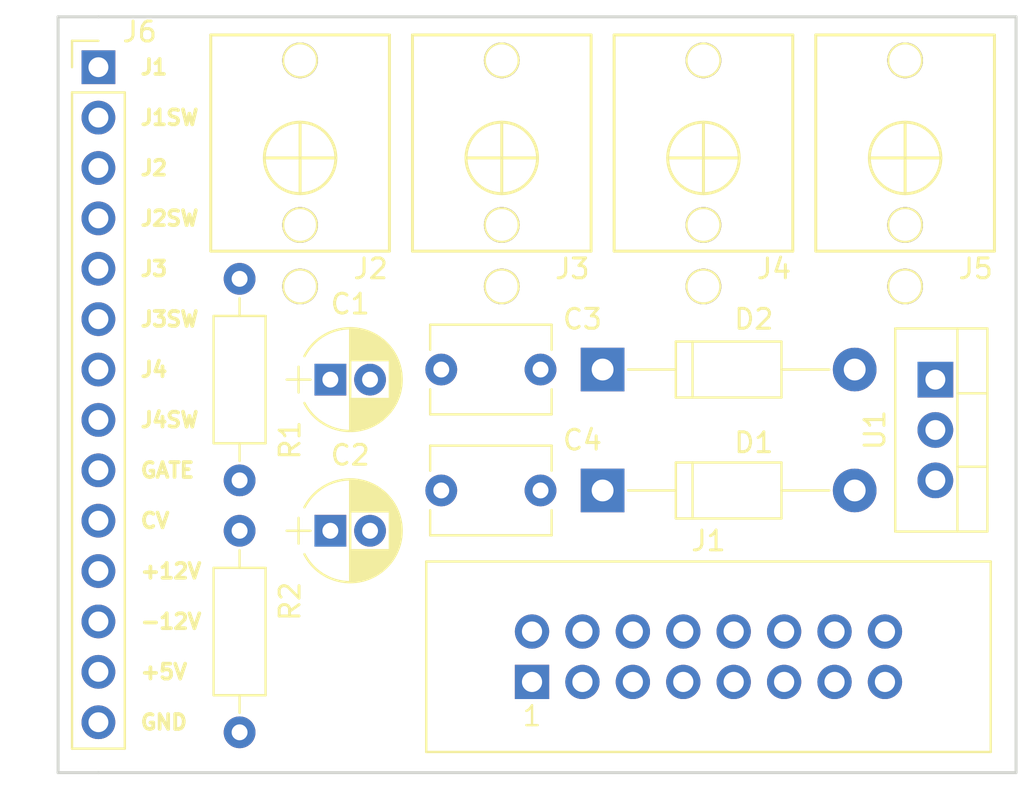
<source format=kicad_pcb>
(kicad_pcb (version 4) (host pcbnew 4.0.6)

  (general
    (links 41)
    (no_connects 41)
    (area 154.864999 106.604999 203.275001 144.855001)
    (thickness 1.6)
    (drawings 20)
    (tracks 0)
    (zones 0)
    (modules 15)
    (nets 21)
  )

  (page A4)
  (layers
    (0 F.Cu signal)
    (31 B.Cu signal)
    (32 B.Adhes user)
    (33 F.Adhes user)
    (34 B.Paste user)
    (35 F.Paste user)
    (36 B.SilkS user)
    (37 F.SilkS user)
    (38 B.Mask user)
    (39 F.Mask user)
    (40 Dwgs.User user)
    (41 Cmts.User user)
    (42 Eco1.User user)
    (43 Eco2.User user)
    (44 Edge.Cuts user)
    (45 Margin user)
    (46 B.CrtYd user)
    (47 F.CrtYd user)
    (48 B.Fab user)
    (49 F.Fab user)
  )

  (setup
    (last_trace_width 0.25)
    (trace_clearance 0.2)
    (zone_clearance 0.508)
    (zone_45_only no)
    (trace_min 0.2)
    (segment_width 0.2)
    (edge_width 0.15)
    (via_size 0.6)
    (via_drill 0.4)
    (via_min_size 0.4)
    (via_min_drill 0.3)
    (uvia_size 0.3)
    (uvia_drill 0.1)
    (uvias_allowed no)
    (uvia_min_size 0.2)
    (uvia_min_drill 0.1)
    (pcb_text_width 0.3)
    (pcb_text_size 1.5 1.5)
    (mod_edge_width 0.15)
    (mod_text_size 1 1)
    (mod_text_width 0.15)
    (pad_size 1.524 1.524)
    (pad_drill 0.762)
    (pad_to_mask_clearance 0.2)
    (aux_axis_origin 0 0)
    (visible_elements FFFEFF7F)
    (pcbplotparams
      (layerselection 0x00030_80000001)
      (usegerberextensions false)
      (excludeedgelayer true)
      (linewidth 0.100000)
      (plotframeref false)
      (viasonmask false)
      (mode 1)
      (useauxorigin false)
      (hpglpennumber 1)
      (hpglpenspeed 20)
      (hpglpendiameter 15)
      (hpglpenoverlay 2)
      (psnegative false)
      (psa4output false)
      (plotreference true)
      (plotvalue true)
      (plotinvisibletext false)
      (padsonsilk false)
      (subtractmaskfromsilk false)
      (outputformat 1)
      (mirror false)
      (drillshape 1)
      (scaleselection 1)
      (outputdirectory ""))
  )

  (net 0 "")
  (net 1 /+12V)
  (net 2 GND)
  (net 3 /-12V)
  (net 4 /+5V)
  (net 5 "Net-(D1-Pad1)")
  (net 6 "Net-(D2-Pad2)")
  (net 7 /GATE)
  (net 8 /CV)
  (net 9 "Net-(J1-Pad11)")
  (net 10 /J1SW)
  (net 11 /J1)
  (net 12 /J2SW)
  (net 13 /J2)
  (net 14 /J3SW)
  (net 15 /J3)
  (net 16 /J4SW)
  (net 17 /J4)
  (net 18 "Net-(J1-Pad12)")
  (net 19 /+12VI)
  (net 20 /-12VI)

  (net_class Default "This is the default net class."
    (clearance 0.2)
    (trace_width 0.25)
    (via_dia 0.6)
    (via_drill 0.4)
    (uvia_dia 0.3)
    (uvia_drill 0.1)
    (add_net /+12V)
    (add_net /+12VI)
    (add_net /+5V)
    (add_net /-12V)
    (add_net /-12VI)
    (add_net /CV)
    (add_net /GATE)
    (add_net /J1)
    (add_net /J1SW)
    (add_net /J2)
    (add_net /J2SW)
    (add_net /J3)
    (add_net /J3SW)
    (add_net /J4)
    (add_net /J4SW)
    (add_net GND)
    (add_net "Net-(D1-Pad1)")
    (add_net "Net-(D2-Pad2)")
    (add_net "Net-(J1-Pad11)")
    (add_net "Net-(J1-Pad12)")
  )

  (module Capacitors_THT:CP_Radial_D5.0mm_P2.00mm (layer F.Cu) (tedit 597BC7C2) (tstamp 599C68F2)
    (at 168.656 124.968)
    (descr "CP, Radial series, Radial, pin pitch=2.00mm, , diameter=5mm, Electrolytic Capacitor")
    (tags "CP Radial series Radial pin pitch 2.00mm  diameter 5mm Electrolytic Capacitor")
    (path /599C50AD)
    (fp_text reference C1 (at 1 -3.81) (layer F.SilkS)
      (effects (font (size 1 1) (thickness 0.15)))
    )
    (fp_text value 10uF (at 1 3.81) (layer F.Fab)
      (effects (font (size 1 1) (thickness 0.15)))
    )
    (fp_arc (start 1 0) (end -1.30558 -1.18) (angle 125.8) (layer F.SilkS) (width 0.12))
    (fp_arc (start 1 0) (end -1.30558 1.18) (angle -125.8) (layer F.SilkS) (width 0.12))
    (fp_arc (start 1 0) (end 3.30558 -1.18) (angle 54.2) (layer F.SilkS) (width 0.12))
    (fp_circle (center 1 0) (end 3.5 0) (layer F.Fab) (width 0.1))
    (fp_line (start -2.2 0) (end -1 0) (layer F.Fab) (width 0.1))
    (fp_line (start -1.6 -0.65) (end -1.6 0.65) (layer F.Fab) (width 0.1))
    (fp_line (start 1 -2.55) (end 1 2.55) (layer F.SilkS) (width 0.12))
    (fp_line (start 1.04 -2.55) (end 1.04 -0.98) (layer F.SilkS) (width 0.12))
    (fp_line (start 1.04 0.98) (end 1.04 2.55) (layer F.SilkS) (width 0.12))
    (fp_line (start 1.08 -2.549) (end 1.08 -0.98) (layer F.SilkS) (width 0.12))
    (fp_line (start 1.08 0.98) (end 1.08 2.549) (layer F.SilkS) (width 0.12))
    (fp_line (start 1.12 -2.548) (end 1.12 -0.98) (layer F.SilkS) (width 0.12))
    (fp_line (start 1.12 0.98) (end 1.12 2.548) (layer F.SilkS) (width 0.12))
    (fp_line (start 1.16 -2.546) (end 1.16 -0.98) (layer F.SilkS) (width 0.12))
    (fp_line (start 1.16 0.98) (end 1.16 2.546) (layer F.SilkS) (width 0.12))
    (fp_line (start 1.2 -2.543) (end 1.2 -0.98) (layer F.SilkS) (width 0.12))
    (fp_line (start 1.2 0.98) (end 1.2 2.543) (layer F.SilkS) (width 0.12))
    (fp_line (start 1.24 -2.539) (end 1.24 -0.98) (layer F.SilkS) (width 0.12))
    (fp_line (start 1.24 0.98) (end 1.24 2.539) (layer F.SilkS) (width 0.12))
    (fp_line (start 1.28 -2.535) (end 1.28 -0.98) (layer F.SilkS) (width 0.12))
    (fp_line (start 1.28 0.98) (end 1.28 2.535) (layer F.SilkS) (width 0.12))
    (fp_line (start 1.32 -2.531) (end 1.32 -0.98) (layer F.SilkS) (width 0.12))
    (fp_line (start 1.32 0.98) (end 1.32 2.531) (layer F.SilkS) (width 0.12))
    (fp_line (start 1.36 -2.525) (end 1.36 -0.98) (layer F.SilkS) (width 0.12))
    (fp_line (start 1.36 0.98) (end 1.36 2.525) (layer F.SilkS) (width 0.12))
    (fp_line (start 1.4 -2.519) (end 1.4 -0.98) (layer F.SilkS) (width 0.12))
    (fp_line (start 1.4 0.98) (end 1.4 2.519) (layer F.SilkS) (width 0.12))
    (fp_line (start 1.44 -2.513) (end 1.44 -0.98) (layer F.SilkS) (width 0.12))
    (fp_line (start 1.44 0.98) (end 1.44 2.513) (layer F.SilkS) (width 0.12))
    (fp_line (start 1.48 -2.506) (end 1.48 -0.98) (layer F.SilkS) (width 0.12))
    (fp_line (start 1.48 0.98) (end 1.48 2.506) (layer F.SilkS) (width 0.12))
    (fp_line (start 1.52 -2.498) (end 1.52 -0.98) (layer F.SilkS) (width 0.12))
    (fp_line (start 1.52 0.98) (end 1.52 2.498) (layer F.SilkS) (width 0.12))
    (fp_line (start 1.56 -2.489) (end 1.56 -0.98) (layer F.SilkS) (width 0.12))
    (fp_line (start 1.56 0.98) (end 1.56 2.489) (layer F.SilkS) (width 0.12))
    (fp_line (start 1.6 -2.48) (end 1.6 -0.98) (layer F.SilkS) (width 0.12))
    (fp_line (start 1.6 0.98) (end 1.6 2.48) (layer F.SilkS) (width 0.12))
    (fp_line (start 1.64 -2.47) (end 1.64 -0.98) (layer F.SilkS) (width 0.12))
    (fp_line (start 1.64 0.98) (end 1.64 2.47) (layer F.SilkS) (width 0.12))
    (fp_line (start 1.68 -2.46) (end 1.68 -0.98) (layer F.SilkS) (width 0.12))
    (fp_line (start 1.68 0.98) (end 1.68 2.46) (layer F.SilkS) (width 0.12))
    (fp_line (start 1.721 -2.448) (end 1.721 -0.98) (layer F.SilkS) (width 0.12))
    (fp_line (start 1.721 0.98) (end 1.721 2.448) (layer F.SilkS) (width 0.12))
    (fp_line (start 1.761 -2.436) (end 1.761 -0.98) (layer F.SilkS) (width 0.12))
    (fp_line (start 1.761 0.98) (end 1.761 2.436) (layer F.SilkS) (width 0.12))
    (fp_line (start 1.801 -2.424) (end 1.801 -0.98) (layer F.SilkS) (width 0.12))
    (fp_line (start 1.801 0.98) (end 1.801 2.424) (layer F.SilkS) (width 0.12))
    (fp_line (start 1.841 -2.41) (end 1.841 -0.98) (layer F.SilkS) (width 0.12))
    (fp_line (start 1.841 0.98) (end 1.841 2.41) (layer F.SilkS) (width 0.12))
    (fp_line (start 1.881 -2.396) (end 1.881 -0.98) (layer F.SilkS) (width 0.12))
    (fp_line (start 1.881 0.98) (end 1.881 2.396) (layer F.SilkS) (width 0.12))
    (fp_line (start 1.921 -2.382) (end 1.921 -0.98) (layer F.SilkS) (width 0.12))
    (fp_line (start 1.921 0.98) (end 1.921 2.382) (layer F.SilkS) (width 0.12))
    (fp_line (start 1.961 -2.366) (end 1.961 -0.98) (layer F.SilkS) (width 0.12))
    (fp_line (start 1.961 0.98) (end 1.961 2.366) (layer F.SilkS) (width 0.12))
    (fp_line (start 2.001 -2.35) (end 2.001 -0.98) (layer F.SilkS) (width 0.12))
    (fp_line (start 2.001 0.98) (end 2.001 2.35) (layer F.SilkS) (width 0.12))
    (fp_line (start 2.041 -2.333) (end 2.041 -0.98) (layer F.SilkS) (width 0.12))
    (fp_line (start 2.041 0.98) (end 2.041 2.333) (layer F.SilkS) (width 0.12))
    (fp_line (start 2.081 -2.315) (end 2.081 -0.98) (layer F.SilkS) (width 0.12))
    (fp_line (start 2.081 0.98) (end 2.081 2.315) (layer F.SilkS) (width 0.12))
    (fp_line (start 2.121 -2.296) (end 2.121 -0.98) (layer F.SilkS) (width 0.12))
    (fp_line (start 2.121 0.98) (end 2.121 2.296) (layer F.SilkS) (width 0.12))
    (fp_line (start 2.161 -2.276) (end 2.161 -0.98) (layer F.SilkS) (width 0.12))
    (fp_line (start 2.161 0.98) (end 2.161 2.276) (layer F.SilkS) (width 0.12))
    (fp_line (start 2.201 -2.256) (end 2.201 -0.98) (layer F.SilkS) (width 0.12))
    (fp_line (start 2.201 0.98) (end 2.201 2.256) (layer F.SilkS) (width 0.12))
    (fp_line (start 2.241 -2.234) (end 2.241 -0.98) (layer F.SilkS) (width 0.12))
    (fp_line (start 2.241 0.98) (end 2.241 2.234) (layer F.SilkS) (width 0.12))
    (fp_line (start 2.281 -2.212) (end 2.281 -0.98) (layer F.SilkS) (width 0.12))
    (fp_line (start 2.281 0.98) (end 2.281 2.212) (layer F.SilkS) (width 0.12))
    (fp_line (start 2.321 -2.189) (end 2.321 -0.98) (layer F.SilkS) (width 0.12))
    (fp_line (start 2.321 0.98) (end 2.321 2.189) (layer F.SilkS) (width 0.12))
    (fp_line (start 2.361 -2.165) (end 2.361 -0.98) (layer F.SilkS) (width 0.12))
    (fp_line (start 2.361 0.98) (end 2.361 2.165) (layer F.SilkS) (width 0.12))
    (fp_line (start 2.401 -2.14) (end 2.401 -0.98) (layer F.SilkS) (width 0.12))
    (fp_line (start 2.401 0.98) (end 2.401 2.14) (layer F.SilkS) (width 0.12))
    (fp_line (start 2.441 -2.113) (end 2.441 -0.98) (layer F.SilkS) (width 0.12))
    (fp_line (start 2.441 0.98) (end 2.441 2.113) (layer F.SilkS) (width 0.12))
    (fp_line (start 2.481 -2.086) (end 2.481 -0.98) (layer F.SilkS) (width 0.12))
    (fp_line (start 2.481 0.98) (end 2.481 2.086) (layer F.SilkS) (width 0.12))
    (fp_line (start 2.521 -2.058) (end 2.521 -0.98) (layer F.SilkS) (width 0.12))
    (fp_line (start 2.521 0.98) (end 2.521 2.058) (layer F.SilkS) (width 0.12))
    (fp_line (start 2.561 -2.028) (end 2.561 -0.98) (layer F.SilkS) (width 0.12))
    (fp_line (start 2.561 0.98) (end 2.561 2.028) (layer F.SilkS) (width 0.12))
    (fp_line (start 2.601 -1.997) (end 2.601 -0.98) (layer F.SilkS) (width 0.12))
    (fp_line (start 2.601 0.98) (end 2.601 1.997) (layer F.SilkS) (width 0.12))
    (fp_line (start 2.641 -1.965) (end 2.641 -0.98) (layer F.SilkS) (width 0.12))
    (fp_line (start 2.641 0.98) (end 2.641 1.965) (layer F.SilkS) (width 0.12))
    (fp_line (start 2.681 -1.932) (end 2.681 -0.98) (layer F.SilkS) (width 0.12))
    (fp_line (start 2.681 0.98) (end 2.681 1.932) (layer F.SilkS) (width 0.12))
    (fp_line (start 2.721 -1.897) (end 2.721 -0.98) (layer F.SilkS) (width 0.12))
    (fp_line (start 2.721 0.98) (end 2.721 1.897) (layer F.SilkS) (width 0.12))
    (fp_line (start 2.761 -1.861) (end 2.761 -0.98) (layer F.SilkS) (width 0.12))
    (fp_line (start 2.761 0.98) (end 2.761 1.861) (layer F.SilkS) (width 0.12))
    (fp_line (start 2.801 -1.823) (end 2.801 -0.98) (layer F.SilkS) (width 0.12))
    (fp_line (start 2.801 0.98) (end 2.801 1.823) (layer F.SilkS) (width 0.12))
    (fp_line (start 2.841 -1.783) (end 2.841 -0.98) (layer F.SilkS) (width 0.12))
    (fp_line (start 2.841 0.98) (end 2.841 1.783) (layer F.SilkS) (width 0.12))
    (fp_line (start 2.881 -1.742) (end 2.881 -0.98) (layer F.SilkS) (width 0.12))
    (fp_line (start 2.881 0.98) (end 2.881 1.742) (layer F.SilkS) (width 0.12))
    (fp_line (start 2.921 -1.699) (end 2.921 -0.98) (layer F.SilkS) (width 0.12))
    (fp_line (start 2.921 0.98) (end 2.921 1.699) (layer F.SilkS) (width 0.12))
    (fp_line (start 2.961 -1.654) (end 2.961 -0.98) (layer F.SilkS) (width 0.12))
    (fp_line (start 2.961 0.98) (end 2.961 1.654) (layer F.SilkS) (width 0.12))
    (fp_line (start 3.001 -1.606) (end 3.001 1.606) (layer F.SilkS) (width 0.12))
    (fp_line (start 3.041 -1.556) (end 3.041 1.556) (layer F.SilkS) (width 0.12))
    (fp_line (start 3.081 -1.504) (end 3.081 1.504) (layer F.SilkS) (width 0.12))
    (fp_line (start 3.121 -1.448) (end 3.121 1.448) (layer F.SilkS) (width 0.12))
    (fp_line (start 3.161 -1.39) (end 3.161 1.39) (layer F.SilkS) (width 0.12))
    (fp_line (start 3.201 -1.327) (end 3.201 1.327) (layer F.SilkS) (width 0.12))
    (fp_line (start 3.241 -1.261) (end 3.241 1.261) (layer F.SilkS) (width 0.12))
    (fp_line (start 3.281 -1.189) (end 3.281 1.189) (layer F.SilkS) (width 0.12))
    (fp_line (start 3.321 -1.112) (end 3.321 1.112) (layer F.SilkS) (width 0.12))
    (fp_line (start 3.361 -1.028) (end 3.361 1.028) (layer F.SilkS) (width 0.12))
    (fp_line (start 3.401 -0.934) (end 3.401 0.934) (layer F.SilkS) (width 0.12))
    (fp_line (start 3.441 -0.829) (end 3.441 0.829) (layer F.SilkS) (width 0.12))
    (fp_line (start 3.481 -0.707) (end 3.481 0.707) (layer F.SilkS) (width 0.12))
    (fp_line (start 3.521 -0.559) (end 3.521 0.559) (layer F.SilkS) (width 0.12))
    (fp_line (start 3.561 -0.354) (end 3.561 0.354) (layer F.SilkS) (width 0.12))
    (fp_line (start -2.2 0) (end -1 0) (layer F.SilkS) (width 0.12))
    (fp_line (start -1.6 -0.65) (end -1.6 0.65) (layer F.SilkS) (width 0.12))
    (fp_line (start -1.85 -2.85) (end -1.85 2.85) (layer F.CrtYd) (width 0.05))
    (fp_line (start -1.85 2.85) (end 3.85 2.85) (layer F.CrtYd) (width 0.05))
    (fp_line (start 3.85 2.85) (end 3.85 -2.85) (layer F.CrtYd) (width 0.05))
    (fp_line (start 3.85 -2.85) (end -1.85 -2.85) (layer F.CrtYd) (width 0.05))
    (fp_text user %R (at 1 0) (layer F.Fab)
      (effects (font (size 1 1) (thickness 0.15)))
    )
    (pad 1 thru_hole rect (at 0 0) (size 1.6 1.6) (drill 0.8) (layers *.Cu *.Mask)
      (net 1 /+12V))
    (pad 2 thru_hole circle (at 2 0) (size 1.6 1.6) (drill 0.8) (layers *.Cu *.Mask)
      (net 2 GND))
    (model ${KISYS3DMOD}/Capacitors_THT.3dshapes/CP_Radial_D5.0mm_P2.00mm.wrl
      (at (xyz 0 0 0))
      (scale (xyz 1 1 1))
      (rotate (xyz 0 0 0))
    )
  )

  (module Capacitors_THT:CP_Radial_D5.0mm_P2.00mm (layer F.Cu) (tedit 599C6D56) (tstamp 599C68F8)
    (at 168.656 132.588)
    (descr "CP, Radial series, Radial, pin pitch=2.00mm, , diameter=5mm, Electrolytic Capacitor")
    (tags "CP Radial series Radial pin pitch 2.00mm  diameter 5mm Electrolytic Capacitor")
    (path /599C5103)
    (fp_text reference C2 (at 1 -3.81) (layer F.SilkS)
      (effects (font (size 1 1) (thickness 0.15)))
    )
    (fp_text value 10uF (at 1 3.81) (layer F.Fab)
      (effects (font (size 1 1) (thickness 0.15)))
    )
    (fp_arc (start 1 0) (end -1.30558 -1.18) (angle 125.8) (layer F.SilkS) (width 0.12))
    (fp_arc (start 1 0) (end -1.30558 1.18) (angle -125.8) (layer F.SilkS) (width 0.12))
    (fp_arc (start 1 0) (end 3.30558 -1.18) (angle 54.2) (layer F.SilkS) (width 0.12))
    (fp_circle (center 1 0) (end 3.5 0) (layer F.Fab) (width 0.1))
    (fp_line (start -2.2 0) (end -1 0) (layer F.Fab) (width 0.1))
    (fp_line (start -1.6 -0.65) (end -1.6 0.65) (layer F.Fab) (width 0.1))
    (fp_line (start 1 -2.55) (end 1 2.55) (layer F.SilkS) (width 0.12))
    (fp_line (start 1.04 -2.55) (end 1.04 -0.98) (layer F.SilkS) (width 0.12))
    (fp_line (start 1.04 0.98) (end 1.04 2.55) (layer F.SilkS) (width 0.12))
    (fp_line (start 1.08 -2.549) (end 1.08 -0.98) (layer F.SilkS) (width 0.12))
    (fp_line (start 1.08 0.98) (end 1.08 2.549) (layer F.SilkS) (width 0.12))
    (fp_line (start 1.12 -2.548) (end 1.12 -0.98) (layer F.SilkS) (width 0.12))
    (fp_line (start 1.12 0.98) (end 1.12 2.548) (layer F.SilkS) (width 0.12))
    (fp_line (start 1.16 -2.546) (end 1.16 -0.98) (layer F.SilkS) (width 0.12))
    (fp_line (start 1.16 0.98) (end 1.16 2.546) (layer F.SilkS) (width 0.12))
    (fp_line (start 1.2 -2.543) (end 1.2 -0.98) (layer F.SilkS) (width 0.12))
    (fp_line (start 1.2 0.98) (end 1.2 2.543) (layer F.SilkS) (width 0.12))
    (fp_line (start 1.24 -2.539) (end 1.24 -0.98) (layer F.SilkS) (width 0.12))
    (fp_line (start 1.24 0.98) (end 1.24 2.539) (layer F.SilkS) (width 0.12))
    (fp_line (start 1.28 -2.535) (end 1.28 -0.98) (layer F.SilkS) (width 0.12))
    (fp_line (start 1.28 0.98) (end 1.28 2.535) (layer F.SilkS) (width 0.12))
    (fp_line (start 1.32 -2.531) (end 1.32 -0.98) (layer F.SilkS) (width 0.12))
    (fp_line (start 1.32 0.98) (end 1.32 2.531) (layer F.SilkS) (width 0.12))
    (fp_line (start 1.36 -2.525) (end 1.36 -0.98) (layer F.SilkS) (width 0.12))
    (fp_line (start 1.36 0.98) (end 1.36 2.525) (layer F.SilkS) (width 0.12))
    (fp_line (start 1.4 -2.519) (end 1.4 -0.98) (layer F.SilkS) (width 0.12))
    (fp_line (start 1.4 0.98) (end 1.4 2.519) (layer F.SilkS) (width 0.12))
    (fp_line (start 1.44 -2.513) (end 1.44 -0.98) (layer F.SilkS) (width 0.12))
    (fp_line (start 1.44 0.98) (end 1.44 2.513) (layer F.SilkS) (width 0.12))
    (fp_line (start 1.48 -2.506) (end 1.48 -0.98) (layer F.SilkS) (width 0.12))
    (fp_line (start 1.48 0.98) (end 1.48 2.506) (layer F.SilkS) (width 0.12))
    (fp_line (start 1.52 -2.498) (end 1.52 -0.98) (layer F.SilkS) (width 0.12))
    (fp_line (start 1.52 0.98) (end 1.52 2.498) (layer F.SilkS) (width 0.12))
    (fp_line (start 1.56 -2.489) (end 1.56 -0.98) (layer F.SilkS) (width 0.12))
    (fp_line (start 1.56 0.98) (end 1.56 2.489) (layer F.SilkS) (width 0.12))
    (fp_line (start 1.6 -2.48) (end 1.6 -0.98) (layer F.SilkS) (width 0.12))
    (fp_line (start 1.6 0.98) (end 1.6 2.48) (layer F.SilkS) (width 0.12))
    (fp_line (start 1.64 -2.47) (end 1.64 -0.98) (layer F.SilkS) (width 0.12))
    (fp_line (start 1.64 0.98) (end 1.64 2.47) (layer F.SilkS) (width 0.12))
    (fp_line (start 1.68 -2.46) (end 1.68 -0.98) (layer F.SilkS) (width 0.12))
    (fp_line (start 1.68 0.98) (end 1.68 2.46) (layer F.SilkS) (width 0.12))
    (fp_line (start 1.721 -2.448) (end 1.721 -0.98) (layer F.SilkS) (width 0.12))
    (fp_line (start 1.721 0.98) (end 1.721 2.448) (layer F.SilkS) (width 0.12))
    (fp_line (start 1.761 -2.436) (end 1.761 -0.98) (layer F.SilkS) (width 0.12))
    (fp_line (start 1.761 0.98) (end 1.761 2.436) (layer F.SilkS) (width 0.12))
    (fp_line (start 1.801 -2.424) (end 1.801 -0.98) (layer F.SilkS) (width 0.12))
    (fp_line (start 1.801 0.98) (end 1.801 2.424) (layer F.SilkS) (width 0.12))
    (fp_line (start 1.841 -2.41) (end 1.841 -0.98) (layer F.SilkS) (width 0.12))
    (fp_line (start 1.841 0.98) (end 1.841 2.41) (layer F.SilkS) (width 0.12))
    (fp_line (start 1.881 -2.396) (end 1.881 -0.98) (layer F.SilkS) (width 0.12))
    (fp_line (start 1.881 0.98) (end 1.881 2.396) (layer F.SilkS) (width 0.12))
    (fp_line (start 1.921 -2.382) (end 1.921 -0.98) (layer F.SilkS) (width 0.12))
    (fp_line (start 1.921 0.98) (end 1.921 2.382) (layer F.SilkS) (width 0.12))
    (fp_line (start 1.961 -2.366) (end 1.961 -0.98) (layer F.SilkS) (width 0.12))
    (fp_line (start 1.961 0.98) (end 1.961 2.366) (layer F.SilkS) (width 0.12))
    (fp_line (start 2.001 -2.35) (end 2.001 -0.98) (layer F.SilkS) (width 0.12))
    (fp_line (start 2.001 0.98) (end 2.001 2.35) (layer F.SilkS) (width 0.12))
    (fp_line (start 2.041 -2.333) (end 2.041 -0.98) (layer F.SilkS) (width 0.12))
    (fp_line (start 2.041 0.98) (end 2.041 2.333) (layer F.SilkS) (width 0.12))
    (fp_line (start 2.081 -2.315) (end 2.081 -0.98) (layer F.SilkS) (width 0.12))
    (fp_line (start 2.081 0.98) (end 2.081 2.315) (layer F.SilkS) (width 0.12))
    (fp_line (start 2.121 -2.296) (end 2.121 -0.98) (layer F.SilkS) (width 0.12))
    (fp_line (start 2.121 0.98) (end 2.121 2.296) (layer F.SilkS) (width 0.12))
    (fp_line (start 2.161 -2.276) (end 2.161 -0.98) (layer F.SilkS) (width 0.12))
    (fp_line (start 2.161 0.98) (end 2.161 2.276) (layer F.SilkS) (width 0.12))
    (fp_line (start 2.201 -2.256) (end 2.201 -0.98) (layer F.SilkS) (width 0.12))
    (fp_line (start 2.201 0.98) (end 2.201 2.256) (layer F.SilkS) (width 0.12))
    (fp_line (start 2.241 -2.234) (end 2.241 -0.98) (layer F.SilkS) (width 0.12))
    (fp_line (start 2.241 0.98) (end 2.241 2.234) (layer F.SilkS) (width 0.12))
    (fp_line (start 2.281 -2.212) (end 2.281 -0.98) (layer F.SilkS) (width 0.12))
    (fp_line (start 2.281 0.98) (end 2.281 2.212) (layer F.SilkS) (width 0.12))
    (fp_line (start 2.321 -2.189) (end 2.321 -0.98) (layer F.SilkS) (width 0.12))
    (fp_line (start 2.321 0.98) (end 2.321 2.189) (layer F.SilkS) (width 0.12))
    (fp_line (start 2.361 -2.165) (end 2.361 -0.98) (layer F.SilkS) (width 0.12))
    (fp_line (start 2.361 0.98) (end 2.361 2.165) (layer F.SilkS) (width 0.12))
    (fp_line (start 2.401 -2.14) (end 2.401 -0.98) (layer F.SilkS) (width 0.12))
    (fp_line (start 2.401 0.98) (end 2.401 2.14) (layer F.SilkS) (width 0.12))
    (fp_line (start 2.441 -2.113) (end 2.441 -0.98) (layer F.SilkS) (width 0.12))
    (fp_line (start 2.441 0.98) (end 2.441 2.113) (layer F.SilkS) (width 0.12))
    (fp_line (start 2.481 -2.086) (end 2.481 -0.98) (layer F.SilkS) (width 0.12))
    (fp_line (start 2.481 0.98) (end 2.481 2.086) (layer F.SilkS) (width 0.12))
    (fp_line (start 2.521 -2.058) (end 2.521 -0.98) (layer F.SilkS) (width 0.12))
    (fp_line (start 2.521 0.98) (end 2.521 2.058) (layer F.SilkS) (width 0.12))
    (fp_line (start 2.561 -2.028) (end 2.561 -0.98) (layer F.SilkS) (width 0.12))
    (fp_line (start 2.561 0.98) (end 2.561 2.028) (layer F.SilkS) (width 0.12))
    (fp_line (start 2.601 -1.997) (end 2.601 -0.98) (layer F.SilkS) (width 0.12))
    (fp_line (start 2.601 0.98) (end 2.601 1.997) (layer F.SilkS) (width 0.12))
    (fp_line (start 2.641 -1.965) (end 2.641 -0.98) (layer F.SilkS) (width 0.12))
    (fp_line (start 2.641 0.98) (end 2.641 1.965) (layer F.SilkS) (width 0.12))
    (fp_line (start 2.681 -1.932) (end 2.681 -0.98) (layer F.SilkS) (width 0.12))
    (fp_line (start 2.681 0.98) (end 2.681 1.932) (layer F.SilkS) (width 0.12))
    (fp_line (start 2.721 -1.897) (end 2.721 -0.98) (layer F.SilkS) (width 0.12))
    (fp_line (start 2.721 0.98) (end 2.721 1.897) (layer F.SilkS) (width 0.12))
    (fp_line (start 2.761 -1.861) (end 2.761 -0.98) (layer F.SilkS) (width 0.12))
    (fp_line (start 2.761 0.98) (end 2.761 1.861) (layer F.SilkS) (width 0.12))
    (fp_line (start 2.801 -1.823) (end 2.801 -0.98) (layer F.SilkS) (width 0.12))
    (fp_line (start 2.801 0.98) (end 2.801 1.823) (layer F.SilkS) (width 0.12))
    (fp_line (start 2.841 -1.783) (end 2.841 -0.98) (layer F.SilkS) (width 0.12))
    (fp_line (start 2.841 0.98) (end 2.841 1.783) (layer F.SilkS) (width 0.12))
    (fp_line (start 2.881 -1.742) (end 2.881 -0.98) (layer F.SilkS) (width 0.12))
    (fp_line (start 2.881 0.98) (end 2.881 1.742) (layer F.SilkS) (width 0.12))
    (fp_line (start 2.921 -1.699) (end 2.921 -0.98) (layer F.SilkS) (width 0.12))
    (fp_line (start 2.921 0.98) (end 2.921 1.699) (layer F.SilkS) (width 0.12))
    (fp_line (start 2.961 -1.654) (end 2.961 -0.98) (layer F.SilkS) (width 0.12))
    (fp_line (start 2.961 0.98) (end 2.961 1.654) (layer F.SilkS) (width 0.12))
    (fp_line (start 3.001 -1.606) (end 3.001 1.606) (layer F.SilkS) (width 0.12))
    (fp_line (start 3.041 -1.556) (end 3.041 1.556) (layer F.SilkS) (width 0.12))
    (fp_line (start 3.081 -1.504) (end 3.081 1.504) (layer F.SilkS) (width 0.12))
    (fp_line (start 3.121 -1.448) (end 3.121 1.448) (layer F.SilkS) (width 0.12))
    (fp_line (start 3.161 -1.39) (end 3.161 1.39) (layer F.SilkS) (width 0.12))
    (fp_line (start 3.201 -1.327) (end 3.201 1.327) (layer F.SilkS) (width 0.12))
    (fp_line (start 3.241 -1.261) (end 3.241 1.261) (layer F.SilkS) (width 0.12))
    (fp_line (start 3.281 -1.189) (end 3.281 1.189) (layer F.SilkS) (width 0.12))
    (fp_line (start 3.321 -1.112) (end 3.321 1.112) (layer F.SilkS) (width 0.12))
    (fp_line (start 3.361 -1.028) (end 3.361 1.028) (layer F.SilkS) (width 0.12))
    (fp_line (start 3.401 -0.934) (end 3.401 0.934) (layer F.SilkS) (width 0.12))
    (fp_line (start 3.441 -0.829) (end 3.441 0.829) (layer F.SilkS) (width 0.12))
    (fp_line (start 3.481 -0.707) (end 3.481 0.707) (layer F.SilkS) (width 0.12))
    (fp_line (start 3.521 -0.559) (end 3.521 0.559) (layer F.SilkS) (width 0.12))
    (fp_line (start 3.561 -0.354) (end 3.561 0.354) (layer F.SilkS) (width 0.12))
    (fp_line (start -2.2 0) (end -1 0) (layer F.SilkS) (width 0.12))
    (fp_line (start -1.6 -0.65) (end -1.6 0.65) (layer F.SilkS) (width 0.12))
    (fp_line (start -1.85 -2.85) (end -1.85 2.85) (layer F.CrtYd) (width 0.05))
    (fp_line (start -1.85 2.85) (end 3.85 2.85) (layer F.CrtYd) (width 0.05))
    (fp_line (start 3.85 2.85) (end 3.85 -2.85) (layer F.CrtYd) (width 0.05))
    (fp_line (start 3.85 -2.85) (end -1.85 -2.85) (layer F.CrtYd) (width 0.05))
    (fp_text user %R (at 1.016 0) (layer F.Fab)
      (effects (font (size 1 1) (thickness 0.15)))
    )
    (pad 1 thru_hole rect (at 0 0) (size 1.6 1.6) (drill 0.8) (layers *.Cu *.Mask)
      (net 3 /-12V))
    (pad 2 thru_hole circle (at 2 0) (size 1.6 1.6) (drill 0.8) (layers *.Cu *.Mask)
      (net 2 GND))
    (model ${KISYS3DMOD}/Capacitors_THT.3dshapes/CP_Radial_D5.0mm_P2.00mm.wrl
      (at (xyz 0 0 0))
      (scale (xyz 1 1 1))
      (rotate (xyz 0 0 0))
    )
  )

  (module Capacitors_THT:C_Disc_D6.0mm_W4.4mm_P5.00mm (layer F.Cu) (tedit 597BC7C2) (tstamp 599C68FE)
    (at 174.244 124.46)
    (descr "C, Disc series, Radial, pin pitch=5.00mm, , diameter*width=6*4.4mm^2, Capacitor")
    (tags "C Disc series Radial pin pitch 5.00mm  diameter 6mm width 4.4mm Capacitor")
    (path /599C7187)
    (fp_text reference C3 (at 7.112 -2.54) (layer F.SilkS)
      (effects (font (size 1 1) (thickness 0.15)))
    )
    (fp_text value 330nF (at 2.5 3.51) (layer F.Fab)
      (effects (font (size 1 1) (thickness 0.15)))
    )
    (fp_line (start -0.5 -2.2) (end -0.5 2.2) (layer F.Fab) (width 0.1))
    (fp_line (start -0.5 2.2) (end 5.5 2.2) (layer F.Fab) (width 0.1))
    (fp_line (start 5.5 2.2) (end 5.5 -2.2) (layer F.Fab) (width 0.1))
    (fp_line (start 5.5 -2.2) (end -0.5 -2.2) (layer F.Fab) (width 0.1))
    (fp_line (start -0.56 -2.26) (end 5.56 -2.26) (layer F.SilkS) (width 0.12))
    (fp_line (start -0.56 2.26) (end 5.56 2.26) (layer F.SilkS) (width 0.12))
    (fp_line (start -0.56 -2.26) (end -0.56 -0.996) (layer F.SilkS) (width 0.12))
    (fp_line (start -0.56 0.996) (end -0.56 2.26) (layer F.SilkS) (width 0.12))
    (fp_line (start 5.56 -2.26) (end 5.56 -0.996) (layer F.SilkS) (width 0.12))
    (fp_line (start 5.56 0.996) (end 5.56 2.26) (layer F.SilkS) (width 0.12))
    (fp_line (start -1.05 -2.55) (end -1.05 2.55) (layer F.CrtYd) (width 0.05))
    (fp_line (start -1.05 2.55) (end 6.05 2.55) (layer F.CrtYd) (width 0.05))
    (fp_line (start 6.05 2.55) (end 6.05 -2.55) (layer F.CrtYd) (width 0.05))
    (fp_line (start 6.05 -2.55) (end -1.05 -2.55) (layer F.CrtYd) (width 0.05))
    (fp_text user %R (at 2.5 0) (layer F.Fab)
      (effects (font (size 1 1) (thickness 0.15)))
    )
    (pad 1 thru_hole circle (at 0 0) (size 1.6 1.6) (drill 0.8) (layers *.Cu *.Mask)
      (net 2 GND))
    (pad 2 thru_hole circle (at 5 0) (size 1.6 1.6) (drill 0.8) (layers *.Cu *.Mask)
      (net 1 /+12V))
    (model ${KISYS3DMOD}/Capacitors_THT.3dshapes/C_Disc_D6.0mm_W4.4mm_P5.00mm.wrl
      (at (xyz 0 0 0))
      (scale (xyz 1 1 1))
      (rotate (xyz 0 0 0))
    )
  )

  (module Capacitors_THT:C_Disc_D6.0mm_W4.4mm_P5.00mm (layer F.Cu) (tedit 597BC7C2) (tstamp 599C6904)
    (at 174.244 130.556)
    (descr "C, Disc series, Radial, pin pitch=5.00mm, , diameter*width=6*4.4mm^2, Capacitor")
    (tags "C Disc series Radial pin pitch 5.00mm  diameter 6mm width 4.4mm Capacitor")
    (path /599C71D4)
    (fp_text reference C4 (at 7.112 -2.54) (layer F.SilkS)
      (effects (font (size 1 1) (thickness 0.15)))
    )
    (fp_text value 100nF (at 2.5 3.51) (layer F.Fab)
      (effects (font (size 1 1) (thickness 0.15)))
    )
    (fp_line (start -0.5 -2.2) (end -0.5 2.2) (layer F.Fab) (width 0.1))
    (fp_line (start -0.5 2.2) (end 5.5 2.2) (layer F.Fab) (width 0.1))
    (fp_line (start 5.5 2.2) (end 5.5 -2.2) (layer F.Fab) (width 0.1))
    (fp_line (start 5.5 -2.2) (end -0.5 -2.2) (layer F.Fab) (width 0.1))
    (fp_line (start -0.56 -2.26) (end 5.56 -2.26) (layer F.SilkS) (width 0.12))
    (fp_line (start -0.56 2.26) (end 5.56 2.26) (layer F.SilkS) (width 0.12))
    (fp_line (start -0.56 -2.26) (end -0.56 -0.996) (layer F.SilkS) (width 0.12))
    (fp_line (start -0.56 0.996) (end -0.56 2.26) (layer F.SilkS) (width 0.12))
    (fp_line (start 5.56 -2.26) (end 5.56 -0.996) (layer F.SilkS) (width 0.12))
    (fp_line (start 5.56 0.996) (end 5.56 2.26) (layer F.SilkS) (width 0.12))
    (fp_line (start -1.05 -2.55) (end -1.05 2.55) (layer F.CrtYd) (width 0.05))
    (fp_line (start -1.05 2.55) (end 6.05 2.55) (layer F.CrtYd) (width 0.05))
    (fp_line (start 6.05 2.55) (end 6.05 -2.55) (layer F.CrtYd) (width 0.05))
    (fp_line (start 6.05 -2.55) (end -1.05 -2.55) (layer F.CrtYd) (width 0.05))
    (fp_text user %R (at 2.5 0) (layer F.Fab)
      (effects (font (size 1 1) (thickness 0.15)))
    )
    (pad 1 thru_hole circle (at 0 0) (size 1.6 1.6) (drill 0.8) (layers *.Cu *.Mask)
      (net 4 /+5V))
    (pad 2 thru_hole circle (at 5 0) (size 1.6 1.6) (drill 0.8) (layers *.Cu *.Mask)
      (net 2 GND))
    (model ${KISYS3DMOD}/Capacitors_THT.3dshapes/C_Disc_D6.0mm_W4.4mm_P5.00mm.wrl
      (at (xyz 0 0 0))
      (scale (xyz 1 1 1))
      (rotate (xyz 0 0 0))
    )
  )

  (module Diodes_THT:D_DO-41_SOD81_P12.70mm_Horizontal (layer F.Cu) (tedit 5921392F) (tstamp 599C690A)
    (at 182.372 130.556)
    (descr "D, DO-41_SOD81 series, Axial, Horizontal, pin pitch=12.7mm, , length*diameter=5.2*2.7mm^2, , http://www.diodes.com/_files/packages/DO-41%20(Plastic).pdf")
    (tags "D DO-41_SOD81 series Axial Horizontal pin pitch 12.7mm  length 5.2mm diameter 2.7mm")
    (path /599C4F6A)
    (fp_text reference D1 (at 7.62 -2.41) (layer F.SilkS)
      (effects (font (size 1 1) (thickness 0.15)))
    )
    (fp_text value 1N4001 (at 6.35 2.41) (layer F.Fab)
      (effects (font (size 1 1) (thickness 0.15)))
    )
    (fp_text user %R (at 6.35 0) (layer F.Fab)
      (effects (font (size 1 1) (thickness 0.15)))
    )
    (fp_line (start 3.75 -1.35) (end 3.75 1.35) (layer F.Fab) (width 0.1))
    (fp_line (start 3.75 1.35) (end 8.95 1.35) (layer F.Fab) (width 0.1))
    (fp_line (start 8.95 1.35) (end 8.95 -1.35) (layer F.Fab) (width 0.1))
    (fp_line (start 8.95 -1.35) (end 3.75 -1.35) (layer F.Fab) (width 0.1))
    (fp_line (start 0 0) (end 3.75 0) (layer F.Fab) (width 0.1))
    (fp_line (start 12.7 0) (end 8.95 0) (layer F.Fab) (width 0.1))
    (fp_line (start 4.53 -1.35) (end 4.53 1.35) (layer F.Fab) (width 0.1))
    (fp_line (start 3.69 -1.41) (end 3.69 1.41) (layer F.SilkS) (width 0.12))
    (fp_line (start 3.69 1.41) (end 9.01 1.41) (layer F.SilkS) (width 0.12))
    (fp_line (start 9.01 1.41) (end 9.01 -1.41) (layer F.SilkS) (width 0.12))
    (fp_line (start 9.01 -1.41) (end 3.69 -1.41) (layer F.SilkS) (width 0.12))
    (fp_line (start 1.28 0) (end 3.69 0) (layer F.SilkS) (width 0.12))
    (fp_line (start 11.42 0) (end 9.01 0) (layer F.SilkS) (width 0.12))
    (fp_line (start 4.53 -1.41) (end 4.53 1.41) (layer F.SilkS) (width 0.12))
    (fp_line (start -1.35 -1.7) (end -1.35 1.7) (layer F.CrtYd) (width 0.05))
    (fp_line (start -1.35 1.7) (end 14.05 1.7) (layer F.CrtYd) (width 0.05))
    (fp_line (start 14.05 1.7) (end 14.05 -1.7) (layer F.CrtYd) (width 0.05))
    (fp_line (start 14.05 -1.7) (end -1.35 -1.7) (layer F.CrtYd) (width 0.05))
    (pad 1 thru_hole rect (at 0 0) (size 2.2 2.2) (drill 1.1) (layers *.Cu *.Mask)
      (net 5 "Net-(D1-Pad1)"))
    (pad 2 thru_hole oval (at 12.7 0) (size 2.2 2.2) (drill 1.1) (layers *.Cu *.Mask)
      (net 19 /+12VI))
    (model ${KISYS3DMOD}/Diodes_THT.3dshapes/D_DO-41_SOD81_P12.70mm_Horizontal.wrl
      (at (xyz 0 0 0))
      (scale (xyz 0.393701 0.393701 0.393701))
      (rotate (xyz 0 0 0))
    )
  )

  (module Diodes_THT:D_DO-41_SOD81_P12.70mm_Horizontal (layer F.Cu) (tedit 5921392F) (tstamp 599C6910)
    (at 182.372 124.46)
    (descr "D, DO-41_SOD81 series, Axial, Horizontal, pin pitch=12.7mm, , length*diameter=5.2*2.7mm^2, , http://www.diodes.com/_files/packages/DO-41%20(Plastic).pdf")
    (tags "D DO-41_SOD81 series Axial Horizontal pin pitch 12.7mm  length 5.2mm diameter 2.7mm")
    (path /599C4FD1)
    (fp_text reference D2 (at 7.62 -2.54) (layer F.SilkS)
      (effects (font (size 1 1) (thickness 0.15)))
    )
    (fp_text value 1N4001 (at 6.35 2.41) (layer F.Fab)
      (effects (font (size 1 1) (thickness 0.15)))
    )
    (fp_text user %R (at 6.35 0) (layer F.Fab)
      (effects (font (size 1 1) (thickness 0.15)))
    )
    (fp_line (start 3.75 -1.35) (end 3.75 1.35) (layer F.Fab) (width 0.1))
    (fp_line (start 3.75 1.35) (end 8.95 1.35) (layer F.Fab) (width 0.1))
    (fp_line (start 8.95 1.35) (end 8.95 -1.35) (layer F.Fab) (width 0.1))
    (fp_line (start 8.95 -1.35) (end 3.75 -1.35) (layer F.Fab) (width 0.1))
    (fp_line (start 0 0) (end 3.75 0) (layer F.Fab) (width 0.1))
    (fp_line (start 12.7 0) (end 8.95 0) (layer F.Fab) (width 0.1))
    (fp_line (start 4.53 -1.35) (end 4.53 1.35) (layer F.Fab) (width 0.1))
    (fp_line (start 3.69 -1.41) (end 3.69 1.41) (layer F.SilkS) (width 0.12))
    (fp_line (start 3.69 1.41) (end 9.01 1.41) (layer F.SilkS) (width 0.12))
    (fp_line (start 9.01 1.41) (end 9.01 -1.41) (layer F.SilkS) (width 0.12))
    (fp_line (start 9.01 -1.41) (end 3.69 -1.41) (layer F.SilkS) (width 0.12))
    (fp_line (start 1.28 0) (end 3.69 0) (layer F.SilkS) (width 0.12))
    (fp_line (start 11.42 0) (end 9.01 0) (layer F.SilkS) (width 0.12))
    (fp_line (start 4.53 -1.41) (end 4.53 1.41) (layer F.SilkS) (width 0.12))
    (fp_line (start -1.35 -1.7) (end -1.35 1.7) (layer F.CrtYd) (width 0.05))
    (fp_line (start -1.35 1.7) (end 14.05 1.7) (layer F.CrtYd) (width 0.05))
    (fp_line (start 14.05 1.7) (end 14.05 -1.7) (layer F.CrtYd) (width 0.05))
    (fp_line (start 14.05 -1.7) (end -1.35 -1.7) (layer F.CrtYd) (width 0.05))
    (pad 1 thru_hole rect (at 0 0) (size 2.2 2.2) (drill 1.1) (layers *.Cu *.Mask)
      (net 20 /-12VI))
    (pad 2 thru_hole oval (at 12.7 0) (size 2.2 2.2) (drill 1.1) (layers *.Cu *.Mask)
      (net 6 "Net-(D2-Pad2)"))
    (model ${KISYS3DMOD}/Diodes_THT.3dshapes/D_DO-41_SOD81_P12.70mm_Horizontal.wrl
      (at (xyz 0 0 0))
      (scale (xyz 0.393701 0.393701 0.393701))
      (rotate (xyz 0 0 0))
    )
  )

  (module Connectors:IDC_Header_Straight_16pins (layer F.Cu) (tedit 0) (tstamp 599C6924)
    (at 178.816 140.208)
    (descr "16 pins through hole IDC header")
    (tags "IDC header socket VASCH")
    (path /599C453D)
    (fp_text reference J1 (at 8.89 -7.112) (layer F.SilkS)
      (effects (font (size 1 1) (thickness 0.15)))
    )
    (fp_text value CONN_02X08 (at 8.89 5.223) (layer F.Fab)
      (effects (font (size 1 1) (thickness 0.15)))
    )
    (fp_line (start -5.08 -5.82) (end 22.86 -5.82) (layer F.Fab) (width 0.1))
    (fp_line (start -4.54 -5.27) (end 22.3 -5.27) (layer F.Fab) (width 0.1))
    (fp_line (start -5.08 3.28) (end 22.86 3.28) (layer F.Fab) (width 0.1))
    (fp_line (start -4.54 2.73) (end 6.64 2.73) (layer F.Fab) (width 0.1))
    (fp_line (start 11.14 2.73) (end 22.3 2.73) (layer F.Fab) (width 0.1))
    (fp_line (start 6.64 2.73) (end 6.64 3.28) (layer F.Fab) (width 0.1))
    (fp_line (start 11.14 2.73) (end 11.14 3.28) (layer F.Fab) (width 0.1))
    (fp_line (start -5.08 -5.82) (end -5.08 3.28) (layer F.Fab) (width 0.1))
    (fp_line (start -4.54 -5.27) (end -4.54 2.73) (layer F.Fab) (width 0.1))
    (fp_line (start 22.86 -5.82) (end 22.86 3.28) (layer F.Fab) (width 0.1))
    (fp_line (start 22.3 -5.27) (end 22.3 2.73) (layer F.Fab) (width 0.1))
    (fp_line (start -5.08 -5.82) (end -4.54 -5.27) (layer F.Fab) (width 0.1))
    (fp_line (start 22.86 -5.82) (end 22.3 -5.27) (layer F.Fab) (width 0.1))
    (fp_line (start -5.08 3.28) (end -4.54 2.73) (layer F.Fab) (width 0.1))
    (fp_line (start 22.86 3.28) (end 22.3 2.73) (layer F.Fab) (width 0.1))
    (fp_line (start -5.58 -6.32) (end 23.36 -6.32) (layer F.CrtYd) (width 0.05))
    (fp_line (start 23.36 -6.32) (end 23.36 3.78) (layer F.CrtYd) (width 0.05))
    (fp_line (start 23.36 3.78) (end -5.58 3.78) (layer F.CrtYd) (width 0.05))
    (fp_line (start -5.58 3.78) (end -5.58 -6.32) (layer F.CrtYd) (width 0.05))
    (fp_text user 1 (at 0 1.72) (layer F.SilkS)
      (effects (font (size 1 1) (thickness 0.12)))
    )
    (fp_line (start -5.33 -6.07) (end 23.11 -6.07) (layer F.SilkS) (width 0.12))
    (fp_line (start 23.11 -6.07) (end 23.11 3.53) (layer F.SilkS) (width 0.12))
    (fp_line (start 23.11 3.53) (end -5.33 3.53) (layer F.SilkS) (width 0.12))
    (fp_line (start -5.33 3.53) (end -5.33 -6.07) (layer F.SilkS) (width 0.12))
    (pad 1 thru_hole rect (at 0 0) (size 1.7272 1.7272) (drill 1.016) (layers *.Cu *.Mask)
      (net 20 /-12VI))
    (pad 2 thru_hole oval (at 0 -2.54) (size 1.7272 1.7272) (drill 1.016) (layers *.Cu *.Mask)
      (net 20 /-12VI))
    (pad 3 thru_hole oval (at 2.54 0) (size 1.7272 1.7272) (drill 1.016) (layers *.Cu *.Mask)
      (net 2 GND))
    (pad 4 thru_hole oval (at 2.54 -2.54) (size 1.7272 1.7272) (drill 1.016) (layers *.Cu *.Mask)
      (net 2 GND))
    (pad 5 thru_hole oval (at 5.08 0) (size 1.7272 1.7272) (drill 1.016) (layers *.Cu *.Mask)
      (net 2 GND))
    (pad 6 thru_hole oval (at 5.08 -2.54) (size 1.7272 1.7272) (drill 1.016) (layers *.Cu *.Mask)
      (net 2 GND))
    (pad 7 thru_hole oval (at 7.62 0) (size 1.7272 1.7272) (drill 1.016) (layers *.Cu *.Mask)
      (net 2 GND))
    (pad 8 thru_hole oval (at 7.62 -2.54) (size 1.7272 1.7272) (drill 1.016) (layers *.Cu *.Mask)
      (net 2 GND))
    (pad 9 thru_hole oval (at 10.16 0) (size 1.7272 1.7272) (drill 1.016) (layers *.Cu *.Mask)
      (net 19 /+12VI))
    (pad 10 thru_hole oval (at 10.16 -2.54) (size 1.7272 1.7272) (drill 1.016) (layers *.Cu *.Mask)
      (net 19 /+12VI))
    (pad 11 thru_hole oval (at 12.7 0) (size 1.7272 1.7272) (drill 1.016) (layers *.Cu *.Mask)
      (net 9 "Net-(J1-Pad11)"))
    (pad 12 thru_hole oval (at 12.7 -2.54) (size 1.7272 1.7272) (drill 1.016) (layers *.Cu *.Mask)
      (net 18 "Net-(J1-Pad12)"))
    (pad 13 thru_hole oval (at 15.24 0) (size 1.7272 1.7272) (drill 1.016) (layers *.Cu *.Mask)
      (net 8 /CV))
    (pad 14 thru_hole oval (at 15.24 -2.54) (size 1.7272 1.7272) (drill 1.016) (layers *.Cu *.Mask)
      (net 8 /CV))
    (pad 15 thru_hole oval (at 17.78 0) (size 1.7272 1.7272) (drill 1.016) (layers *.Cu *.Mask)
      (net 7 /GATE))
    (pad 16 thru_hole oval (at 17.78 -2.54) (size 1.7272 1.7272) (drill 1.016) (layers *.Cu *.Mask)
      (net 7 /GATE))
  )

  (module Eurocad:PJ301M-12 (layer F.Cu) (tedit 5819F691) (tstamp 599C692B)
    (at 167.132 113.792)
    (path /599C45B8)
    (fp_text reference J2 (at 3.556 5.588) (layer F.SilkS)
      (effects (font (size 1 1) (thickness 0.15)))
    )
    (fp_text value JACK_2P (at 0 -7.112) (layer F.Fab)
      (effects (font (size 1 1) (thickness 0.15)))
    )
    (fp_line (start -1.8 0) (end 1.8 0) (layer F.SilkS) (width 0.15))
    (fp_line (start 0 -1.8) (end 0 1.8) (layer F.SilkS) (width 0.15))
    (fp_circle (center 0 0) (end 1.8 0) (layer F.SilkS) (width 0.15))
    (fp_line (start 4.5 -6.2) (end 4.5 4.7) (layer F.SilkS) (width 0.15))
    (fp_line (start -4.5 -6.2) (end -4.5 4.7) (layer F.SilkS) (width 0.15))
    (fp_line (start -4.5 4.7) (end 4.5 4.7) (layer F.SilkS) (width 0.15))
    (fp_line (start -4.5 -6.2) (end 4.5 -6.2) (layer F.SilkS) (width 0.15))
    (pad 2 thru_hole circle (at 0 3.38) (size 1.8 1.8) (drill 1.6) (layers *.Cu *.Mask F.SilkS)
      (net 10 /J1SW))
    (pad 1 thru_hole circle (at 0 6.48) (size 1.8 1.8) (drill 1.6) (layers *.Cu *.Mask F.SilkS)
      (net 11 /J1))
    (pad 3 thru_hole circle (at 0 -4.92) (size 1.8 1.8) (drill 1.6) (layers *.Cu *.Mask F.SilkS)
      (net 2 GND))
  )

  (module Eurocad:PJ301M-12 (layer F.Cu) (tedit 5819F691) (tstamp 599C6932)
    (at 177.292 113.792)
    (path /599C461E)
    (fp_text reference J3 (at 3.556 5.588) (layer F.SilkS)
      (effects (font (size 1 1) (thickness 0.15)))
    )
    (fp_text value JACK_2P (at 0 -7.112) (layer F.Fab)
      (effects (font (size 1 1) (thickness 0.15)))
    )
    (fp_line (start -1.8 0) (end 1.8 0) (layer F.SilkS) (width 0.15))
    (fp_line (start 0 -1.8) (end 0 1.8) (layer F.SilkS) (width 0.15))
    (fp_circle (center 0 0) (end 1.8 0) (layer F.SilkS) (width 0.15))
    (fp_line (start 4.5 -6.2) (end 4.5 4.7) (layer F.SilkS) (width 0.15))
    (fp_line (start -4.5 -6.2) (end -4.5 4.7) (layer F.SilkS) (width 0.15))
    (fp_line (start -4.5 4.7) (end 4.5 4.7) (layer F.SilkS) (width 0.15))
    (fp_line (start -4.5 -6.2) (end 4.5 -6.2) (layer F.SilkS) (width 0.15))
    (pad 2 thru_hole circle (at 0 3.38) (size 1.8 1.8) (drill 1.6) (layers *.Cu *.Mask F.SilkS)
      (net 12 /J2SW))
    (pad 1 thru_hole circle (at 0 6.48) (size 1.8 1.8) (drill 1.6) (layers *.Cu *.Mask F.SilkS)
      (net 13 /J2))
    (pad 3 thru_hole circle (at 0 -4.92) (size 1.8 1.8) (drill 1.6) (layers *.Cu *.Mask F.SilkS)
      (net 2 GND))
  )

  (module Eurocad:PJ301M-12 (layer F.Cu) (tedit 5819F691) (tstamp 599C6939)
    (at 187.452 113.792)
    (path /599C4645)
    (fp_text reference J4 (at 3.556 5.588) (layer F.SilkS)
      (effects (font (size 1 1) (thickness 0.15)))
    )
    (fp_text value JACK_2P (at 0 -7.112) (layer F.Fab)
      (effects (font (size 1 1) (thickness 0.15)))
    )
    (fp_line (start -1.8 0) (end 1.8 0) (layer F.SilkS) (width 0.15))
    (fp_line (start 0 -1.8) (end 0 1.8) (layer F.SilkS) (width 0.15))
    (fp_circle (center 0 0) (end 1.8 0) (layer F.SilkS) (width 0.15))
    (fp_line (start 4.5 -6.2) (end 4.5 4.7) (layer F.SilkS) (width 0.15))
    (fp_line (start -4.5 -6.2) (end -4.5 4.7) (layer F.SilkS) (width 0.15))
    (fp_line (start -4.5 4.7) (end 4.5 4.7) (layer F.SilkS) (width 0.15))
    (fp_line (start -4.5 -6.2) (end 4.5 -6.2) (layer F.SilkS) (width 0.15))
    (pad 2 thru_hole circle (at 0 3.38) (size 1.8 1.8) (drill 1.6) (layers *.Cu *.Mask F.SilkS)
      (net 14 /J3SW))
    (pad 1 thru_hole circle (at 0 6.48) (size 1.8 1.8) (drill 1.6) (layers *.Cu *.Mask F.SilkS)
      (net 15 /J3))
    (pad 3 thru_hole circle (at 0 -4.92) (size 1.8 1.8) (drill 1.6) (layers *.Cu *.Mask F.SilkS)
      (net 2 GND))
  )

  (module Eurocad:PJ301M-12 (layer F.Cu) (tedit 5819F691) (tstamp 599C6940)
    (at 197.612 113.792)
    (path /599C4690)
    (fp_text reference J5 (at 3.556 5.588) (layer F.SilkS)
      (effects (font (size 1 1) (thickness 0.15)))
    )
    (fp_text value JACK_2P (at 0 -7.112) (layer F.Fab)
      (effects (font (size 1 1) (thickness 0.15)))
    )
    (fp_line (start -1.8 0) (end 1.8 0) (layer F.SilkS) (width 0.15))
    (fp_line (start 0 -1.8) (end 0 1.8) (layer F.SilkS) (width 0.15))
    (fp_circle (center 0 0) (end 1.8 0) (layer F.SilkS) (width 0.15))
    (fp_line (start 4.5 -6.2) (end 4.5 4.7) (layer F.SilkS) (width 0.15))
    (fp_line (start -4.5 -6.2) (end -4.5 4.7) (layer F.SilkS) (width 0.15))
    (fp_line (start -4.5 4.7) (end 4.5 4.7) (layer F.SilkS) (width 0.15))
    (fp_line (start -4.5 -6.2) (end 4.5 -6.2) (layer F.SilkS) (width 0.15))
    (pad 2 thru_hole circle (at 0 3.38) (size 1.8 1.8) (drill 1.6) (layers *.Cu *.Mask F.SilkS)
      (net 16 /J4SW))
    (pad 1 thru_hole circle (at 0 6.48) (size 1.8 1.8) (drill 1.6) (layers *.Cu *.Mask F.SilkS)
      (net 17 /J4))
    (pad 3 thru_hole circle (at 0 -4.92) (size 1.8 1.8) (drill 1.6) (layers *.Cu *.Mask F.SilkS)
      (net 2 GND))
  )

  (module Pin_Headers:Pin_Header_Straight_1x14_Pitch2.54mm (layer F.Cu) (tedit 59650532) (tstamp 599C6952)
    (at 156.972 109.22)
    (descr "Through hole straight pin header, 1x14, 2.54mm pitch, single row")
    (tags "Through hole pin header THT 1x14 2.54mm single row")
    (path /599C456D)
    (fp_text reference J6 (at 2.078667 -1.781) (layer F.SilkS)
      (effects (font (size 1 1) (thickness 0.15)))
    )
    (fp_text value CONN_01X14 (at 0 35.35) (layer F.Fab)
      (effects (font (size 1 1) (thickness 0.15)))
    )
    (fp_line (start -0.635 -1.27) (end 1.27 -1.27) (layer F.Fab) (width 0.1))
    (fp_line (start 1.27 -1.27) (end 1.27 34.29) (layer F.Fab) (width 0.1))
    (fp_line (start 1.27 34.29) (end -1.27 34.29) (layer F.Fab) (width 0.1))
    (fp_line (start -1.27 34.29) (end -1.27 -0.635) (layer F.Fab) (width 0.1))
    (fp_line (start -1.27 -0.635) (end -0.635 -1.27) (layer F.Fab) (width 0.1))
    (fp_line (start -1.33 34.35) (end 1.33 34.35) (layer F.SilkS) (width 0.12))
    (fp_line (start -1.33 1.27) (end -1.33 34.35) (layer F.SilkS) (width 0.12))
    (fp_line (start 1.33 1.27) (end 1.33 34.35) (layer F.SilkS) (width 0.12))
    (fp_line (start -1.33 1.27) (end 1.33 1.27) (layer F.SilkS) (width 0.12))
    (fp_line (start -1.33 0) (end -1.33 -1.33) (layer F.SilkS) (width 0.12))
    (fp_line (start -1.33 -1.33) (end 0 -1.33) (layer F.SilkS) (width 0.12))
    (fp_line (start -1.8 -1.8) (end -1.8 34.8) (layer F.CrtYd) (width 0.05))
    (fp_line (start -1.8 34.8) (end 1.8 34.8) (layer F.CrtYd) (width 0.05))
    (fp_line (start 1.8 34.8) (end 1.8 -1.8) (layer F.CrtYd) (width 0.05))
    (fp_line (start 1.8 -1.8) (end -1.8 -1.8) (layer F.CrtYd) (width 0.05))
    (fp_text user %R (at 0 16.51 90) (layer F.Fab)
      (effects (font (size 1 1) (thickness 0.15)))
    )
    (pad 1 thru_hole rect (at 0 0) (size 1.7 1.7) (drill 1) (layers *.Cu *.Mask)
      (net 11 /J1))
    (pad 2 thru_hole oval (at 0 2.54) (size 1.7 1.7) (drill 1) (layers *.Cu *.Mask)
      (net 10 /J1SW))
    (pad 3 thru_hole oval (at 0 5.08) (size 1.7 1.7) (drill 1) (layers *.Cu *.Mask)
      (net 13 /J2))
    (pad 4 thru_hole oval (at 0 7.62) (size 1.7 1.7) (drill 1) (layers *.Cu *.Mask)
      (net 12 /J2SW))
    (pad 5 thru_hole oval (at 0 10.16) (size 1.7 1.7) (drill 1) (layers *.Cu *.Mask)
      (net 15 /J3))
    (pad 6 thru_hole oval (at 0 12.7) (size 1.7 1.7) (drill 1) (layers *.Cu *.Mask)
      (net 14 /J3SW))
    (pad 7 thru_hole oval (at 0 15.24) (size 1.7 1.7) (drill 1) (layers *.Cu *.Mask)
      (net 17 /J4))
    (pad 8 thru_hole oval (at 0 17.78) (size 1.7 1.7) (drill 1) (layers *.Cu *.Mask)
      (net 16 /J4SW))
    (pad 9 thru_hole oval (at 0 20.32) (size 1.7 1.7) (drill 1) (layers *.Cu *.Mask)
      (net 7 /GATE))
    (pad 10 thru_hole oval (at 0 22.86) (size 1.7 1.7) (drill 1) (layers *.Cu *.Mask)
      (net 8 /CV))
    (pad 11 thru_hole oval (at 0 25.4) (size 1.7 1.7) (drill 1) (layers *.Cu *.Mask)
      (net 1 /+12V))
    (pad 12 thru_hole oval (at 0 27.94) (size 1.7 1.7) (drill 1) (layers *.Cu *.Mask)
      (net 3 /-12V))
    (pad 13 thru_hole oval (at 0 30.48) (size 1.7 1.7) (drill 1) (layers *.Cu *.Mask)
      (net 4 /+5V))
    (pad 14 thru_hole oval (at 0 33.02) (size 1.7 1.7) (drill 1) (layers *.Cu *.Mask)
      (net 2 GND))
    (model ${KISYS3DMOD}/Pin_Headers.3dshapes/Pin_Header_Straight_1x14_Pitch2.54mm.wrl
      (at (xyz 0 0 0))
      (scale (xyz 1 1 1))
      (rotate (xyz 0 0 0))
    )
  )

  (module Resistors_THT:R_Axial_DIN0207_L6.3mm_D2.5mm_P10.16mm_Horizontal (layer F.Cu) (tedit 599F08B0) (tstamp 599C6958)
    (at 164.084 130.048 90)
    (descr "Resistor, Axial_DIN0207 series, Axial, Horizontal, pin pitch=10.16mm, 0.25W = 1/4W, length*diameter=6.3*2.5mm^2, http://cdn-reichelt.de/documents/datenblatt/B400/1_4W%23YAG.pdf")
    (tags "Resistor Axial_DIN0207 series Axial Horizontal pin pitch 10.16mm 0.25W = 1/4W length 6.3mm diameter 2.5mm")
    (path /599C5019)
    (fp_text reference R1 (at 2.032 2.54 90) (layer F.SilkS)
      (effects (font (size 1 1) (thickness 0.15)))
    )
    (fp_text value 10R (at 5.08 2.31 90) (layer F.Fab)
      (effects (font (size 1 1) (thickness 0.15)))
    )
    (fp_line (start 1.93 -1.25) (end 1.93 1.25) (layer F.Fab) (width 0.1))
    (fp_line (start 1.93 1.25) (end 8.23 1.25) (layer F.Fab) (width 0.1))
    (fp_line (start 8.23 1.25) (end 8.23 -1.25) (layer F.Fab) (width 0.1))
    (fp_line (start 8.23 -1.25) (end 1.93 -1.25) (layer F.Fab) (width 0.1))
    (fp_line (start 0 0) (end 1.93 0) (layer F.Fab) (width 0.1))
    (fp_line (start 10.16 0) (end 8.23 0) (layer F.Fab) (width 0.1))
    (fp_line (start 1.87 -1.31) (end 1.87 1.31) (layer F.SilkS) (width 0.12))
    (fp_line (start 1.87 1.31) (end 8.29 1.31) (layer F.SilkS) (width 0.12))
    (fp_line (start 8.29 1.31) (end 8.29 -1.31) (layer F.SilkS) (width 0.12))
    (fp_line (start 8.29 -1.31) (end 1.87 -1.31) (layer F.SilkS) (width 0.12))
    (fp_line (start 0.98 0) (end 1.87 0) (layer F.SilkS) (width 0.12))
    (fp_line (start 9.18 0) (end 8.29 0) (layer F.SilkS) (width 0.12))
    (fp_line (start -1.05 -1.6) (end -1.05 1.6) (layer F.CrtYd) (width 0.05))
    (fp_line (start -1.05 1.6) (end 11.25 1.6) (layer F.CrtYd) (width 0.05))
    (fp_line (start 11.25 1.6) (end 11.25 -1.6) (layer F.CrtYd) (width 0.05))
    (fp_line (start 11.25 -1.6) (end -1.05 -1.6) (layer F.CrtYd) (width 0.05))
    (pad 1 thru_hole circle (at 0 0 90) (size 1.6 1.6) (drill 0.8) (layers *.Cu *.Mask)
      (net 1 /+12V))
    (pad 2 thru_hole oval (at 10.16 0 90) (size 1.6 1.6) (drill 0.8) (layers *.Cu *.Mask)
      (net 5 "Net-(D1-Pad1)"))
    (model ${KISYS3DMOD}/Resistors_THT.3dshapes/R_Axial_DIN0207_L6.3mm_D2.5mm_P10.16mm_Horizontal.wrl
      (at (xyz 0 0 0))
      (scale (xyz 0.393701 0.393701 0.393701))
      (rotate (xyz 0 0 0))
    )
  )

  (module Resistors_THT:R_Axial_DIN0207_L6.3mm_D2.5mm_P10.16mm_Horizontal (layer F.Cu) (tedit 599F0867) (tstamp 599C695E)
    (at 164.084 142.748 90)
    (descr "Resistor, Axial_DIN0207 series, Axial, Horizontal, pin pitch=10.16mm, 0.25W = 1/4W, length*diameter=6.3*2.5mm^2, http://cdn-reichelt.de/documents/datenblatt/B400/1_4W%23YAG.pdf")
    (tags "Resistor Axial_DIN0207 series Axial Horizontal pin pitch 10.16mm 0.25W = 1/4W length 6.3mm diameter 2.5mm")
    (path /599C5072)
    (fp_text reference R2 (at 6.604 2.54 90) (layer F.SilkS)
      (effects (font (size 1 1) (thickness 0.15)))
    )
    (fp_text value 10R (at 5.08 2.31 90) (layer F.Fab)
      (effects (font (size 1 1) (thickness 0.15)))
    )
    (fp_line (start 1.93 -1.25) (end 1.93 1.25) (layer F.Fab) (width 0.1))
    (fp_line (start 1.93 1.25) (end 8.23 1.25) (layer F.Fab) (width 0.1))
    (fp_line (start 8.23 1.25) (end 8.23 -1.25) (layer F.Fab) (width 0.1))
    (fp_line (start 8.23 -1.25) (end 1.93 -1.25) (layer F.Fab) (width 0.1))
    (fp_line (start 0 0) (end 1.93 0) (layer F.Fab) (width 0.1))
    (fp_line (start 10.16 0) (end 8.23 0) (layer F.Fab) (width 0.1))
    (fp_line (start 1.87 -1.31) (end 1.87 1.31) (layer F.SilkS) (width 0.12))
    (fp_line (start 1.87 1.31) (end 8.29 1.31) (layer F.SilkS) (width 0.12))
    (fp_line (start 8.29 1.31) (end 8.29 -1.31) (layer F.SilkS) (width 0.12))
    (fp_line (start 8.29 -1.31) (end 1.87 -1.31) (layer F.SilkS) (width 0.12))
    (fp_line (start 0.98 0) (end 1.87 0) (layer F.SilkS) (width 0.12))
    (fp_line (start 9.18 0) (end 8.29 0) (layer F.SilkS) (width 0.12))
    (fp_line (start -1.05 -1.6) (end -1.05 1.6) (layer F.CrtYd) (width 0.05))
    (fp_line (start -1.05 1.6) (end 11.25 1.6) (layer F.CrtYd) (width 0.05))
    (fp_line (start 11.25 1.6) (end 11.25 -1.6) (layer F.CrtYd) (width 0.05))
    (fp_line (start 11.25 -1.6) (end -1.05 -1.6) (layer F.CrtYd) (width 0.05))
    (pad 1 thru_hole circle (at 0 0 90) (size 1.6 1.6) (drill 0.8) (layers *.Cu *.Mask)
      (net 3 /-12V))
    (pad 2 thru_hole oval (at 10.16 0 90) (size 1.6 1.6) (drill 0.8) (layers *.Cu *.Mask)
      (net 6 "Net-(D2-Pad2)"))
    (model ${KISYS3DMOD}/Resistors_THT.3dshapes/R_Axial_DIN0207_L6.3mm_D2.5mm_P10.16mm_Horizontal.wrl
      (at (xyz 0 0 0))
      (scale (xyz 0.393701 0.393701 0.393701))
      (rotate (xyz 0 0 0))
    )
  )

  (module TO_SOT_Packages_THT:TO-220_Vertical (layer F.Cu) (tedit 58CE52AD) (tstamp 599C6965)
    (at 199.136 124.968 270)
    (descr "TO-220, Vertical, RM 2.54mm")
    (tags "TO-220 Vertical RM 2.54mm")
    (path /599C5C36)
    (fp_text reference U1 (at 2.54 3.048 270) (layer F.SilkS)
      (effects (font (size 1 1) (thickness 0.15)))
    )
    (fp_text value LM7805 (at 2.54 3.92 270) (layer F.Fab)
      (effects (font (size 1 1) (thickness 0.15)))
    )
    (fp_text user %R (at 2.54 -3.62 270) (layer F.Fab)
      (effects (font (size 1 1) (thickness 0.15)))
    )
    (fp_line (start -2.46 -2.5) (end -2.46 1.9) (layer F.Fab) (width 0.1))
    (fp_line (start -2.46 1.9) (end 7.54 1.9) (layer F.Fab) (width 0.1))
    (fp_line (start 7.54 1.9) (end 7.54 -2.5) (layer F.Fab) (width 0.1))
    (fp_line (start 7.54 -2.5) (end -2.46 -2.5) (layer F.Fab) (width 0.1))
    (fp_line (start -2.46 -1.23) (end 7.54 -1.23) (layer F.Fab) (width 0.1))
    (fp_line (start 0.69 -2.5) (end 0.69 -1.23) (layer F.Fab) (width 0.1))
    (fp_line (start 4.39 -2.5) (end 4.39 -1.23) (layer F.Fab) (width 0.1))
    (fp_line (start -2.58 -2.62) (end 7.66 -2.62) (layer F.SilkS) (width 0.12))
    (fp_line (start -2.58 2.021) (end 7.66 2.021) (layer F.SilkS) (width 0.12))
    (fp_line (start -2.58 -2.62) (end -2.58 2.021) (layer F.SilkS) (width 0.12))
    (fp_line (start 7.66 -2.62) (end 7.66 2.021) (layer F.SilkS) (width 0.12))
    (fp_line (start -2.58 -1.11) (end 7.66 -1.11) (layer F.SilkS) (width 0.12))
    (fp_line (start 0.69 -2.62) (end 0.69 -1.11) (layer F.SilkS) (width 0.12))
    (fp_line (start 4.391 -2.62) (end 4.391 -1.11) (layer F.SilkS) (width 0.12))
    (fp_line (start -2.71 -2.75) (end -2.71 2.16) (layer F.CrtYd) (width 0.05))
    (fp_line (start -2.71 2.16) (end 7.79 2.16) (layer F.CrtYd) (width 0.05))
    (fp_line (start 7.79 2.16) (end 7.79 -2.75) (layer F.CrtYd) (width 0.05))
    (fp_line (start 7.79 -2.75) (end -2.71 -2.75) (layer F.CrtYd) (width 0.05))
    (pad 1 thru_hole rect (at 0 0 270) (size 1.8 1.8) (drill 1) (layers *.Cu *.Mask)
      (net 1 /+12V))
    (pad 2 thru_hole oval (at 2.54 0 270) (size 1.8 1.8) (drill 1) (layers *.Cu *.Mask)
      (net 2 GND))
    (pad 3 thru_hole oval (at 5.08 0 270) (size 1.8 1.8) (drill 1) (layers *.Cu *.Mask)
      (net 4 /+5V))
    (model ${KISYS3DMOD}/TO_SOT_Packages_THT.3dshapes/TO-220_Vertical.wrl
      (at (xyz 0.1 0 0))
      (scale (xyz 0.393701 0.393701 0.393701))
      (rotate (xyz 0 0 0))
    )
  )

  (gr_line (start 154.94 144.78) (end 156.972 144.78) (angle 90) (layer Edge.Cuts) (width 0.15))
  (gr_line (start 154.94 106.68) (end 154.94 144.78) (angle 90) (layer Edge.Cuts) (width 0.15))
  (gr_line (start 156.972 106.68) (end 154.94 106.68) (angle 90) (layer Edge.Cuts) (width 0.15))
  (gr_text GND (at 159.004 142.24) (layer F.SilkS)
    (effects (font (size 0.75 0.75) (thickness 0.1875)) (justify left))
  )
  (gr_text +5V (at 159.004 139.7) (layer F.SilkS)
    (effects (font (size 0.75 0.75) (thickness 0.1875)) (justify left))
  )
  (gr_text -12V (at 159.004 137.16) (layer F.SilkS)
    (effects (font (size 0.75 0.75) (thickness 0.1875)) (justify left))
  )
  (gr_text +12V (at 159.004 134.62) (layer F.SilkS)
    (effects (font (size 0.75 0.75) (thickness 0.1875)) (justify left))
  )
  (gr_text CV (at 159.004 132.08) (layer F.SilkS)
    (effects (font (size 0.75 0.75) (thickness 0.1875)) (justify left))
  )
  (gr_text GATE (at 159.004 129.54) (layer F.SilkS)
    (effects (font (size 0.75 0.75) (thickness 0.1875)) (justify left))
  )
  (gr_text J4SW (at 159.004 127) (layer F.SilkS)
    (effects (font (size 0.75 0.75) (thickness 0.1875)) (justify left))
  )
  (gr_text J4 (at 159.004 124.46) (layer F.SilkS)
    (effects (font (size 0.75 0.75) (thickness 0.1875)) (justify left))
  )
  (gr_text J3SW (at 159.004 121.92) (layer F.SilkS)
    (effects (font (size 0.75 0.75) (thickness 0.1875)) (justify left))
  )
  (gr_text J3 (at 159.004 119.38) (layer F.SilkS)
    (effects (font (size 0.75 0.75) (thickness 0.1875)) (justify left))
  )
  (gr_text J2SW (at 159.004 116.84) (layer F.SilkS)
    (effects (font (size 0.75 0.75) (thickness 0.1875)) (justify left))
  )
  (gr_text J2 (at 159.004 114.3) (layer F.SilkS)
    (effects (font (size 0.75 0.75) (thickness 0.1875)) (justify left))
  )
  (gr_text J1SW (at 159.004 111.76) (layer F.SilkS)
    (effects (font (size 0.75 0.75) (thickness 0.1875)) (justify left))
  )
  (gr_text J1 (at 159.004 109.22) (layer F.SilkS)
    (effects (font (size 0.75 0.75) (thickness 0.1875)) (justify left))
  )
  (gr_line (start 203.2 144.78) (end 156.972 144.78) (angle 90) (layer Edge.Cuts) (width 0.15))
  (gr_line (start 203.2 106.68) (end 203.2 144.78) (angle 90) (layer Edge.Cuts) (width 0.15))
  (gr_line (start 203.2 106.68) (end 156.972 106.68) (angle 90) (layer Edge.Cuts) (width 0.15))

)

</source>
